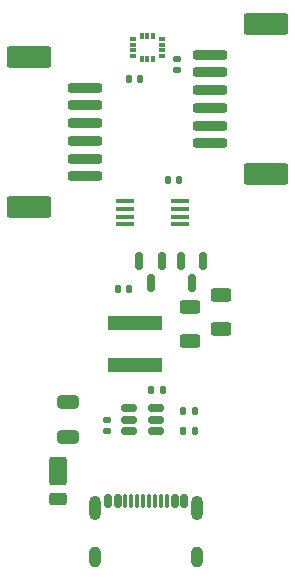
<source format=gbr>
%TF.GenerationSoftware,KiCad,Pcbnew,9.0.5*%
%TF.CreationDate,2025-11-05T18:30:54-05:00*%
%TF.ProjectId,flight-computer,666c6967-6874-42d6-936f-6d7075746572,rev?*%
%TF.SameCoordinates,Original*%
%TF.FileFunction,Paste,Top*%
%TF.FilePolarity,Positive*%
%FSLAX46Y46*%
G04 Gerber Fmt 4.6, Leading zero omitted, Abs format (unit mm)*
G04 Created by KiCad (PCBNEW 9.0.5) date 2025-11-05 18:30:54*
%MOMM*%
%LPD*%
G01*
G04 APERTURE LIST*
G04 Aperture macros list*
%AMRoundRect*
0 Rectangle with rounded corners*
0 $1 Rounding radius*
0 $2 $3 $4 $5 $6 $7 $8 $9 X,Y pos of 4 corners*
0 Add a 4 corners polygon primitive as box body*
4,1,4,$2,$3,$4,$5,$6,$7,$8,$9,$2,$3,0*
0 Add four circle primitives for the rounded corners*
1,1,$1+$1,$2,$3*
1,1,$1+$1,$4,$5*
1,1,$1+$1,$6,$7*
1,1,$1+$1,$8,$9*
0 Add four rect primitives between the rounded corners*
20,1,$1+$1,$2,$3,$4,$5,0*
20,1,$1+$1,$4,$5,$6,$7,0*
20,1,$1+$1,$6,$7,$8,$9,0*
20,1,$1+$1,$8,$9,$2,$3,0*%
G04 Aperture macros list end*
%ADD10RoundRect,0.150000X-0.150000X0.587500X-0.150000X-0.587500X0.150000X-0.587500X0.150000X0.587500X0*%
%ADD11RoundRect,0.250000X-1.650000X0.650000X-1.650000X-0.650000X1.650000X-0.650000X1.650000X0.650000X0*%
%ADD12RoundRect,0.200000X-1.250000X0.200000X-1.250000X-0.200000X1.250000X-0.200000X1.250000X0.200000X0*%
%ADD13RoundRect,0.250000X1.650000X-0.650000X1.650000X0.650000X-1.650000X0.650000X-1.650000X-0.650000X0*%
%ADD14RoundRect,0.200000X1.250000X-0.200000X1.250000X0.200000X-1.250000X0.200000X-1.250000X-0.200000X0*%
%ADD15O,1.000000X1.800000*%
%ADD16O,1.000000X2.100000*%
%ADD17RoundRect,0.150000X-0.150000X-0.425000X0.150000X-0.425000X0.150000X0.425000X-0.150000X0.425000X0*%
%ADD18RoundRect,0.075000X-0.075000X-0.500000X0.075000X-0.500000X0.075000X0.500000X-0.075000X0.500000X0*%
%ADD19RoundRect,0.135000X-0.135000X-0.185000X0.135000X-0.185000X0.135000X0.185000X-0.135000X0.185000X0*%
%ADD20RoundRect,0.250000X-0.625000X0.312500X-0.625000X-0.312500X0.625000X-0.312500X0.625000X0.312500X0*%
%ADD21RoundRect,0.140000X0.140000X0.170000X-0.140000X0.170000X-0.140000X-0.170000X0.140000X-0.170000X0*%
%ADD22R,1.536700X0.431800*%
%ADD23RoundRect,0.140000X-0.140000X-0.170000X0.140000X-0.170000X0.140000X0.170000X-0.140000X0.170000X0*%
%ADD24RoundRect,0.250000X0.625000X-0.312500X0.625000X0.312500X-0.625000X0.312500X-0.625000X-0.312500X0*%
%ADD25R,0.351536X0.576580*%
%ADD26R,0.576580X0.351536*%
%ADD27RoundRect,0.250000X0.500000X-0.275000X0.500000X0.275000X-0.500000X0.275000X-0.500000X-0.275000X0*%
%ADD28RoundRect,0.250000X0.500000X-0.950000X0.500000X0.950000X-0.500000X0.950000X-0.500000X-0.950000X0*%
%ADD29RoundRect,0.140000X-0.170000X0.140000X-0.170000X-0.140000X0.170000X-0.140000X0.170000X0.140000X0*%
%ADD30RoundRect,0.250000X0.650000X-0.325000X0.650000X0.325000X-0.650000X0.325000X-0.650000X-0.325000X0*%
%ADD31R,4.597400X1.295400*%
%ADD32RoundRect,0.140000X0.170000X-0.140000X0.170000X0.140000X-0.170000X0.140000X-0.170000X-0.140000X0*%
%ADD33RoundRect,0.135000X0.135000X0.185000X-0.135000X0.185000X-0.135000X-0.185000X0.135000X-0.185000X0*%
%ADD34RoundRect,0.150000X-0.512500X-0.150000X0.512500X-0.150000X0.512500X0.150000X-0.512500X0.150000X0*%
G04 APERTURE END LIST*
D10*
%TO.C,Q1*%
X148531895Y-104121555D03*
X147581895Y-102246555D03*
X149481895Y-102246555D03*
%TD*%
D11*
%TO.C,J1*%
X134781895Y-97646555D03*
X134781895Y-84946555D03*
D12*
X139481895Y-95046555D03*
X139481895Y-93546555D03*
X139481895Y-92046555D03*
X139481895Y-90546555D03*
X139481895Y-89046555D03*
X139481895Y-87546555D03*
%TD*%
D13*
%TO.C,J2*%
X154781895Y-82146555D03*
X154781895Y-94846555D03*
D14*
X150081895Y-84746555D03*
X150081895Y-86246555D03*
X150081895Y-87746555D03*
X150081895Y-89246555D03*
X150081895Y-90746555D03*
X150081895Y-92246555D03*
%TD*%
D15*
%TO.C,J5*%
X148981895Y-127321555D03*
D16*
X148981895Y-123141555D03*
D15*
X140341895Y-127321555D03*
D16*
X140341895Y-123141555D03*
D17*
X141461895Y-122566555D03*
X142261895Y-122566555D03*
D18*
X142911895Y-122566555D03*
X143911895Y-122566555D03*
X145411895Y-122566555D03*
X146411895Y-122566555D03*
D17*
X147061895Y-122566555D03*
X147861895Y-122566555D03*
X147861895Y-122566555D03*
X147061895Y-122566555D03*
D18*
X145911895Y-122566555D03*
X144911895Y-122566555D03*
X144411895Y-122566555D03*
X143411895Y-122566555D03*
D17*
X142261895Y-122566555D03*
X141461895Y-122566555D03*
%TD*%
D19*
%TO.C,R3*%
X148836895Y-114901555D03*
X147816895Y-114901555D03*
%TD*%
D20*
%TO.C,R10*%
X150981895Y-108009055D03*
X150981895Y-105084055D03*
%TD*%
D21*
%TO.C,C7*%
X143201895Y-86846555D03*
X144161895Y-86846555D03*
%TD*%
D22*
%TO.C,U4*%
X147499645Y-97171556D03*
X147499645Y-97821554D03*
X147499645Y-98471556D03*
X147499645Y-99121554D03*
X142864145Y-99121554D03*
X142864145Y-98471556D03*
X142864145Y-97821554D03*
X142864145Y-97171556D03*
%TD*%
D23*
%TO.C,C9*%
X147481895Y-95346555D03*
X146521895Y-95346555D03*
%TD*%
D21*
%TO.C,C4*%
X145096895Y-113151555D03*
X146056895Y-113151555D03*
%TD*%
D24*
%TO.C,R9*%
X148381895Y-106084055D03*
X148381895Y-109009055D03*
%TD*%
D25*
%TO.C,U3*%
X144267601Y-83183955D03*
X144767600Y-83183955D03*
X145267599Y-83183955D03*
D26*
X145977900Y-83390254D03*
X145977900Y-83890255D03*
X145977900Y-84390255D03*
X145977900Y-84890256D03*
D25*
X145267599Y-85096555D03*
X144767600Y-85096555D03*
X144267601Y-85096555D03*
D26*
X143557300Y-84890256D03*
X143557300Y-84390255D03*
X143557300Y-83890255D03*
X143557300Y-83390254D03*
%TD*%
D27*
%TO.C,D1*%
X137231895Y-122371555D03*
D28*
X137231895Y-119996555D03*
%TD*%
D29*
%TO.C,C8*%
X147281895Y-86073110D03*
X147281895Y-85113110D03*
%TD*%
D30*
%TO.C,C1*%
X138076895Y-114176555D03*
X138076895Y-117126555D03*
%TD*%
D31*
%TO.C,L1*%
X143731895Y-107444255D03*
X143731895Y-111048855D03*
%TD*%
D32*
%TO.C,C2*%
X141326895Y-115651555D03*
X141326895Y-116611555D03*
%TD*%
D21*
%TO.C,C6*%
X142247129Y-104551234D03*
X143207129Y-104551234D03*
%TD*%
D33*
%TO.C,R2*%
X147816895Y-116651555D03*
X148836895Y-116651555D03*
%TD*%
D10*
%TO.C,Q2*%
X145031895Y-104121555D03*
X144081895Y-102246555D03*
X145981895Y-102246555D03*
%TD*%
D34*
%TO.C,U1*%
X145495000Y-114705000D03*
X145495000Y-115655000D03*
X145495000Y-116605000D03*
X143220000Y-116605000D03*
X143220000Y-115655000D03*
X143220000Y-114705000D03*
%TD*%
M02*

</source>
